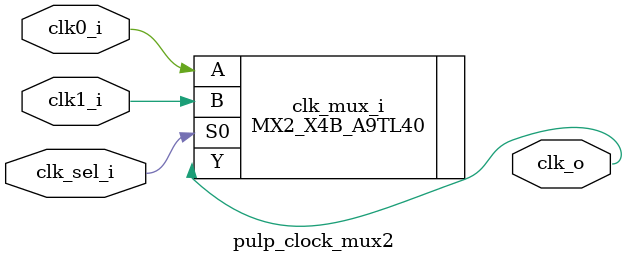
<source format=sv>
module pulp_clock_mux2
(
   input  logic clk0_i,
   input  logic clk1_i,
   input  logic clk_sel_i,
   output logic clk_o
);

   MX2_X4B_A9TL40 clk_mux_i
   (
      .A(clk0_i),
      .B(clk1_i),
      .S0(clk_sel_i),
      .Y(clk_o)
   );

endmodule

</source>
